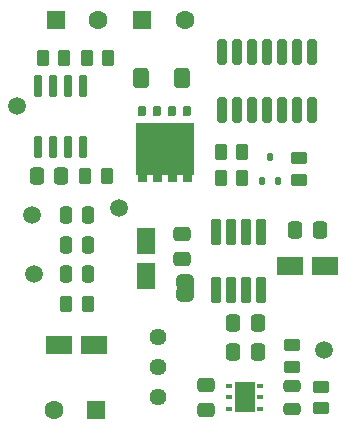
<source format=gbr>
%TF.GenerationSoftware,KiCad,Pcbnew,9.0.2*%
%TF.CreationDate,2025-05-22T13:04:18+05:30*%
%TF.ProjectId,GaN_pwr_delivery_module,47614e5f-7077-4725-9f64-656c69766572,rev?*%
%TF.SameCoordinates,Original*%
%TF.FileFunction,Soldermask,Top*%
%TF.FilePolarity,Negative*%
%FSLAX46Y46*%
G04 Gerber Fmt 4.6, Leading zero omitted, Abs format (unit mm)*
G04 Created by KiCad (PCBNEW 9.0.2) date 2025-05-22 13:04:18*
%MOMM*%
%LPD*%
G01*
G04 APERTURE LIST*
G04 Aperture macros list*
%AMRoundRect*
0 Rectangle with rounded corners*
0 $1 Rounding radius*
0 $2 $3 $4 $5 $6 $7 $8 $9 X,Y pos of 4 corners*
0 Add a 4 corners polygon primitive as box body*
4,1,4,$2,$3,$4,$5,$6,$7,$8,$9,$2,$3,0*
0 Add four circle primitives for the rounded corners*
1,1,$1+$1,$2,$3*
1,1,$1+$1,$4,$5*
1,1,$1+$1,$6,$7*
1,1,$1+$1,$8,$9*
0 Add four rect primitives between the rounded corners*
20,1,$1+$1,$2,$3,$4,$5,0*
20,1,$1+$1,$4,$5,$6,$7,0*
20,1,$1+$1,$6,$7,$8,$9,0*
20,1,$1+$1,$8,$9,$2,$3,0*%
%AMFreePoly0*
4,1,23,0.500000,-0.750000,0.000000,-0.750000,0.000000,-0.745722,-0.065263,-0.745722,-0.191342,-0.711940,-0.304381,-0.646677,-0.396677,-0.554381,-0.461940,-0.441342,-0.495722,-0.315263,-0.495722,-0.250000,-0.500000,-0.250000,-0.500000,0.250000,-0.495722,0.250000,-0.495722,0.315263,-0.461940,0.441342,-0.396677,0.554381,-0.304381,0.646677,-0.191342,0.711940,-0.065263,0.745722,0.000000,0.745722,
0.000000,0.750000,0.500000,0.750000,0.500000,-0.750000,0.500000,-0.750000,$1*%
%AMFreePoly1*
4,1,23,0.000000,0.745722,0.065263,0.745722,0.191342,0.711940,0.304381,0.646677,0.396677,0.554381,0.461940,0.441342,0.495722,0.315263,0.495722,0.250000,0.500000,0.250000,0.500000,-0.250000,0.495722,-0.250000,0.495722,-0.315263,0.461940,-0.441342,0.396677,-0.554381,0.304381,-0.646677,0.191342,-0.711940,0.065263,-0.745722,0.000000,-0.745722,0.000000,-0.750000,-0.500000,-0.750000,
-0.500000,0.750000,0.000000,0.750000,0.000000,0.745722,0.000000,0.745722,$1*%
G04 Aperture macros list end*
%ADD10C,0.010000*%
%ADD11RoundRect,0.100500X0.301500X-0.986500X0.301500X0.986500X-0.301500X0.986500X-0.301500X-0.986500X0*%
%ADD12RoundRect,0.250000X0.475000X-0.337500X0.475000X0.337500X-0.475000X0.337500X-0.475000X-0.337500X0*%
%ADD13RoundRect,0.112500X-0.112500X-0.237500X0.112500X-0.237500X0.112500X0.237500X-0.112500X0.237500X0*%
%ADD14R,2.200000X1.600000*%
%ADD15RoundRect,0.250000X-0.262500X-0.450000X0.262500X-0.450000X0.262500X0.450000X-0.262500X0.450000X0*%
%ADD16C,1.440000*%
%ADD17C,1.500000*%
%ADD18FreePoly0,270.000000*%
%ADD19FreePoly1,270.000000*%
%ADD20RoundRect,0.201000X0.201000X-0.886000X0.201000X0.886000X-0.201000X0.886000X-0.201000X-0.886000X0*%
%ADD21RoundRect,0.250000X0.262500X0.450000X-0.262500X0.450000X-0.262500X-0.450000X0.262500X-0.450000X0*%
%ADD22RoundRect,0.250000X-0.450000X0.262500X-0.450000X-0.262500X0.450000X-0.262500X0.450000X0.262500X0*%
%ADD23RoundRect,0.250000X-0.550000X-0.550000X0.550000X-0.550000X0.550000X0.550000X-0.550000X0.550000X0*%
%ADD24C,1.600000*%
%ADD25RoundRect,0.250000X0.337500X0.475000X-0.337500X0.475000X-0.337500X-0.475000X0.337500X-0.475000X0*%
%ADD26R,1.600000X2.200000*%
%ADD27RoundRect,0.250000X-0.250000X-0.475000X0.250000X-0.475000X0.250000X0.475000X-0.250000X0.475000X0*%
%ADD28RoundRect,0.250000X0.475000X-0.250000X0.475000X0.250000X-0.475000X0.250000X-0.475000X-0.250000X0*%
%ADD29RoundRect,0.250000X-0.337500X-0.475000X0.337500X-0.475000X0.337500X0.475000X-0.337500X0.475000X0*%
%ADD30R,0.630000X0.450000*%
%ADD31R,1.700000X2.600000*%
%ADD32RoundRect,0.102000X-0.250000X0.325000X-0.250000X-0.325000X0.250000X-0.325000X0.250000X0.325000X0*%
%ADD33RoundRect,0.250000X0.450000X-0.262500X0.450000X0.262500X-0.450000X0.262500X-0.450000X-0.262500X0*%
%ADD34RoundRect,0.250000X-0.475000X0.337500X-0.475000X-0.337500X0.475000X-0.337500X0.475000X0.337500X0*%
%ADD35RoundRect,0.250000X0.550000X0.550000X-0.550000X0.550000X-0.550000X-0.550000X0.550000X-0.550000X0*%
%ADD36RoundRect,0.250000X-0.400000X-0.600000X0.400000X-0.600000X0.400000X0.600000X-0.400000X0.600000X0*%
%ADD37RoundRect,0.102000X-0.266700X0.800000X-0.266700X-0.800000X0.266700X-0.800000X0.266700X0.800000X0*%
G04 APERTURE END LIST*
%TO.C,JP1*%
G36*
X233133333Y-133950000D02*
G01*
X231633333Y-133950000D01*
X231633333Y-134250000D01*
X233133333Y-134250000D01*
X233133333Y-133950000D01*
G37*
D10*
%TO.C,Q1*%
X232983333Y-124470000D02*
X232838333Y-124470000D01*
X232838333Y-125020000D01*
X232138333Y-125020000D01*
X232138333Y-124470000D01*
X231568333Y-124470000D01*
X231568333Y-125020000D01*
X230868333Y-125020000D01*
X230868333Y-124470000D01*
X230298333Y-124470000D01*
X230298333Y-125020000D01*
X229598333Y-125020000D01*
X229598333Y-124470000D01*
X229028333Y-124470000D01*
X229028333Y-125020000D01*
X228328333Y-125020000D01*
X228328333Y-124470000D01*
X228183333Y-124470000D01*
X228183333Y-120150000D01*
X232983333Y-120150000D01*
X232983333Y-124470000D01*
G36*
X232983333Y-124470000D02*
G01*
X232838333Y-124470000D01*
X232838333Y-125020000D01*
X232138333Y-125020000D01*
X232138333Y-124470000D01*
X231568333Y-124470000D01*
X231568333Y-125020000D01*
X230868333Y-125020000D01*
X230868333Y-124470000D01*
X230298333Y-124470000D01*
X230298333Y-125020000D01*
X229598333Y-125020000D01*
X229598333Y-124470000D01*
X229028333Y-124470000D01*
X229028333Y-125020000D01*
X228328333Y-125020000D01*
X228328333Y-124470000D01*
X228183333Y-124470000D01*
X228183333Y-120150000D01*
X232983333Y-120150000D01*
X232983333Y-124470000D01*
G37*
%TD*%
D11*
%TO.C,U2*%
X234953333Y-134270000D03*
X236223333Y-134270000D03*
X237493333Y-134270000D03*
X238763333Y-134270000D03*
X238763333Y-129330000D03*
X237493333Y-129330000D03*
X236223333Y-129330000D03*
X234953333Y-129330000D03*
%TD*%
D12*
%TO.C,C1*%
X234083333Y-144387500D03*
X234083333Y-142312500D03*
%TD*%
D13*
%TO.C,D32*%
X238890833Y-125025000D03*
X240190833Y-125025000D03*
X239540833Y-123025000D03*
%TD*%
D14*
%TO.C,C13*%
X244233333Y-132200000D03*
X241233333Y-132200000D03*
%TD*%
D15*
%TO.C,R8*%
X223920833Y-124600000D03*
X225745833Y-124600000D03*
%TD*%
D16*
%TO.C,RV1*%
X230083333Y-143350000D03*
X230083333Y-140810000D03*
X230083333Y-138270000D03*
%TD*%
D17*
%TO.C,TP5*%
X218133333Y-118700000D03*
%TD*%
D18*
%TO.C,JP1*%
X232383333Y-133450000D03*
D19*
X232383333Y-134750000D03*
%TD*%
D20*
%TO.C,U4*%
X235460833Y-119025000D03*
X236730833Y-119025000D03*
X238000833Y-119025000D03*
X239270833Y-119025000D03*
X240540833Y-119025000D03*
X241810833Y-119025000D03*
X243080833Y-119025000D03*
X243080833Y-114075000D03*
X241810833Y-114075000D03*
X240540833Y-114075000D03*
X239270833Y-114075000D03*
X238000833Y-114075000D03*
X236730833Y-114075000D03*
X235460833Y-114075000D03*
%TD*%
D17*
%TO.C,TP2*%
X219393333Y-127950000D03*
%TD*%
D21*
%TO.C,R4*%
X237183333Y-124800000D03*
X235358333Y-124800000D03*
%TD*%
D17*
%TO.C,TP3*%
X244083333Y-139350000D03*
%TD*%
D22*
%TO.C,R9*%
X242040833Y-123112500D03*
X242040833Y-124937500D03*
%TD*%
D23*
%TO.C,J3*%
X221383333Y-111400000D03*
D24*
X224983333Y-111400000D03*
%TD*%
D25*
%TO.C,C10*%
X238495833Y-139550000D03*
X236420833Y-139550000D03*
%TD*%
D26*
%TO.C,C7*%
X229083333Y-130100000D03*
X229083333Y-133100000D03*
%TD*%
D23*
%TO.C,J2*%
X228733333Y-111400000D03*
D24*
X232333333Y-111400000D03*
%TD*%
D27*
%TO.C,C6*%
X222233333Y-130450000D03*
X224133333Y-130450000D03*
%TD*%
D28*
%TO.C,C11*%
X241395833Y-144300000D03*
X241395833Y-142400000D03*
%TD*%
D29*
%TO.C,C14*%
X219795833Y-124600000D03*
X221870833Y-124600000D03*
%TD*%
D17*
%TO.C,TP1*%
X219543333Y-132950000D03*
%TD*%
D30*
%TO.C,U1*%
X236055833Y-142400000D03*
X236055833Y-143350000D03*
X236055833Y-144300000D03*
X238735833Y-144300000D03*
X238735833Y-143350000D03*
X238735833Y-142400000D03*
D31*
X237395833Y-143350000D03*
%TD*%
D27*
%TO.C,C4*%
X222233333Y-132950000D03*
X224133333Y-132950000D03*
%TD*%
D32*
%TO.C,Q1*%
X232488333Y-119095000D03*
X231218333Y-119095000D03*
X229948333Y-119095000D03*
X228678333Y-119095000D03*
%TD*%
D33*
%TO.C,R2*%
X243895833Y-144262500D03*
X243895833Y-142437500D03*
%TD*%
D25*
%TO.C,C12*%
X243770833Y-129200000D03*
X241695833Y-129200000D03*
%TD*%
D27*
%TO.C,C8*%
X222233333Y-127950000D03*
X224133333Y-127950000D03*
%TD*%
D15*
%TO.C,R1*%
X222270833Y-135450000D03*
X224095833Y-135450000D03*
%TD*%
D25*
%TO.C,C9*%
X238495833Y-137050000D03*
X236420833Y-137050000D03*
%TD*%
D14*
%TO.C,C2*%
X221683333Y-138950000D03*
X224683333Y-138950000D03*
%TD*%
D21*
%TO.C,R6*%
X222133333Y-114600000D03*
X220308333Y-114600000D03*
%TD*%
D17*
%TO.C,TP4*%
X226733333Y-127350000D03*
%TD*%
D34*
%TO.C,C5*%
X232133333Y-129550000D03*
X232133333Y-131625000D03*
%TD*%
D35*
%TO.C,J1*%
X224843333Y-144450000D03*
D24*
X221243333Y-144450000D03*
%TD*%
D21*
%TO.C,R7*%
X225845833Y-114600000D03*
X224020833Y-114600000D03*
%TD*%
D15*
%TO.C,R5*%
X235358333Y-122550000D03*
X237183333Y-122550000D03*
%TD*%
D33*
%TO.C,R3*%
X241395833Y-140762500D03*
X241395833Y-138937500D03*
%TD*%
D36*
%TO.C,D1*%
X228583333Y-116350000D03*
X232083333Y-116350000D03*
%TD*%
D37*
%TO.C,U3*%
X223738333Y-117009200D03*
X222468333Y-117009200D03*
X221198333Y-117009200D03*
X219928333Y-117009200D03*
X219928333Y-122190800D03*
X221198333Y-122190800D03*
X222468333Y-122190800D03*
X223738333Y-122190800D03*
%TD*%
M02*

</source>
